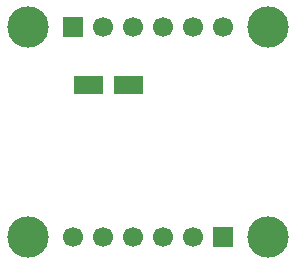
<source format=gbr>
%TF.GenerationSoftware,KiCad,Pcbnew,9.0.2*%
%TF.CreationDate,2025-06-17T22:54:35-04:00*%
%TF.ProjectId,SCH16TBreakout,53434831-3654-4427-9265-616b6f75742e,rev?*%
%TF.SameCoordinates,Original*%
%TF.FileFunction,Soldermask,Bot*%
%TF.FilePolarity,Negative*%
%FSLAX46Y46*%
G04 Gerber Fmt 4.6, Leading zero omitted, Abs format (unit mm)*
G04 Created by KiCad (PCBNEW 9.0.2) date 2025-06-17 22:54:35*
%MOMM*%
%LPD*%
G01*
G04 APERTURE LIST*
G04 Aperture macros list*
%AMFreePoly0*
4,1,6,1.000000,0.000000,0.500000,-0.750000,-0.500000,-0.750000,-0.500000,0.750000,0.500000,0.750000,1.000000,0.000000,1.000000,0.000000,$1*%
%AMFreePoly1*
4,1,6,0.500000,-0.750000,-0.650000,-0.750000,-0.150000,0.000000,-0.650000,0.750000,0.500000,0.750000,0.500000,-0.750000,0.500000,-0.750000,$1*%
G04 Aperture macros list end*
%ADD10C,0.000000*%
%ADD11C,3.500000*%
%ADD12R,1.700000X1.700000*%
%ADD13C,1.700000*%
%ADD14FreePoly0,0.000000*%
%ADD15FreePoly1,0.000000*%
%ADD16FreePoly0,180.000000*%
%ADD17FreePoly1,180.000000*%
G04 APERTURE END LIST*
%TO.C,JP1*%
G36*
X32675000Y-56450000D02*
G01*
X35125000Y-56450000D01*
X35125000Y-54950000D01*
X32675000Y-54950000D01*
X32675000Y-56450000D01*
G37*
D10*
%TO.C,JP2*%
G36*
X31749999Y-56450000D02*
G01*
X29299999Y-56450000D01*
X29299999Y-54950000D01*
X31749999Y-54950000D01*
X31749999Y-56450000D01*
G37*
%TD*%
D11*
%TO.C,H3*%
X45720000Y-50800000D03*
%TD*%
%TO.C,H2*%
X45720000Y-68580000D03*
%TD*%
D12*
%TO.C,J1*%
X29210000Y-50800000D03*
D13*
X31750000Y-50800000D03*
X34289999Y-50800000D03*
X36830000Y-50800000D03*
X39370000Y-50800000D03*
X41910000Y-50800000D03*
%TD*%
D12*
%TO.C,J2*%
X41910000Y-68580000D03*
D13*
X39370000Y-68580000D03*
X36830001Y-68580000D03*
X34290000Y-68580000D03*
X31750000Y-68580000D03*
X29210000Y-68580000D03*
%TD*%
D11*
%TO.C,H1*%
X25400000Y-68580000D03*
%TD*%
%TO.C,H4*%
X25400000Y-50800000D03*
%TD*%
D14*
%TO.C,JP1*%
X33175000Y-55700000D03*
D15*
X34625000Y-55700000D03*
%TD*%
D16*
%TO.C,JP2*%
X31249998Y-55700000D03*
D17*
X29800000Y-55700000D03*
%TD*%
M02*

</source>
